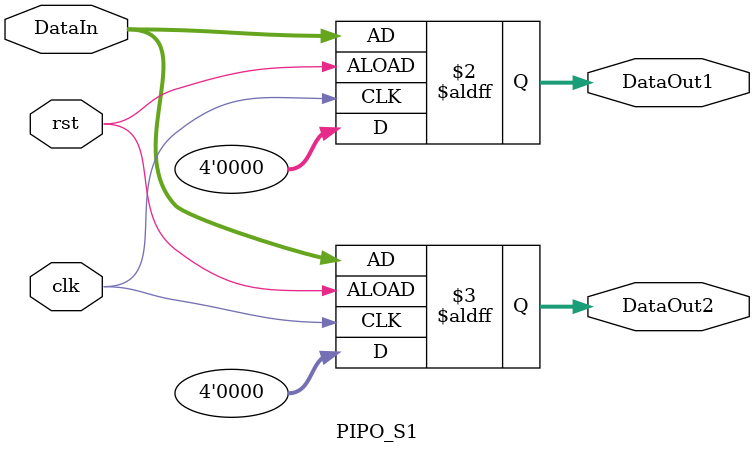
<source format=v>


`timescale 1ns/10ps

module PIPO_S1 (
    DataIn,
    DataOut1,
    DataOut2,
    clk,
    rst
);
// one-in two-out PIPO typicaly found in the lititure
// lacking buffering
// 
// Inputs:
//     DataIn(bitVec): one-in Parallel data int
//     clk(bool): clock
//     rst(bool): reset
//     
// Ouputs:
//     DataOut1(bitVec): Parallel out 1
//     DataOut2(bitVec): Parallel out 1
//     

input [3:0] DataIn;
output [3:0] DataOut1;
reg [3:0] DataOut1;
output [3:0] DataOut2;
reg [3:0] DataOut2;
input clk;
input rst;




always @(posedge clk, negedge rst) begin: PIPO_S1_LOGIC
    if (rst) begin
        DataOut1 <= 0;
        DataOut2 <= 0;
    end
    else begin
        DataOut1 <= DataIn;
        DataOut2 <= DataIn;
    end
end

endmodule

</source>
